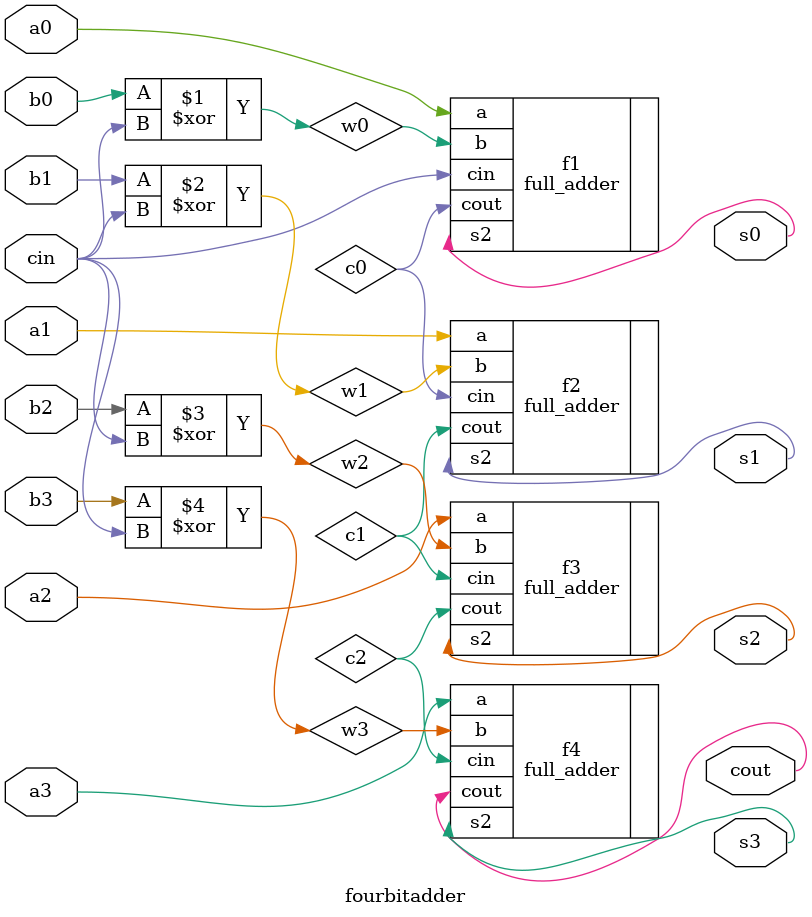
<source format=sv>
`timescale 1ns / 1ps

module fourbitadder(
    input logic a0,b0,a1,b1,a2,b2,a3,b3,cin,
    output logic s0,s1,s2,s3,cout

    );
    
    logic c0,c1,c2;
    logic w0,w1,w2,w3;
    xor(w0,b0,cin);
    xor(w1,b1,cin);
    xor(w2,b2,cin);
    xor(w3,b3,cin);
    full_adder f1(.s2(s0),.cout(c0),.a(a0),.b(w0),.cin(cin));
    full_adder f2(.s2(s1),.cout(c1),.a(a1),.b(w1),.cin(c0));
    full_adder f3(.s2(s2),.cout(c2),.a(a2),.b(w2),.cin(c1));
    full_adder f4(.s2(s3),.cout(cout),.a(a3),.b(w3),.cin(c2));
    
    
endmodule

</source>
